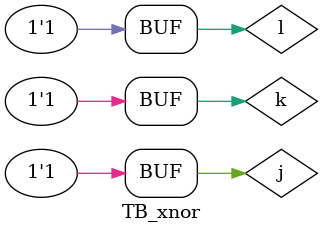
<source format=v>
`timescale 1ns / 1ps


module TB_xnor();

    reg j,k,l;
    wire z1,z2,z3;
    
    G_xnor sim_xnor_s(z1,j,k,l);
    G_xnor_data sim_xnor_D(z2,j,k,l);
    G_xnor_be sim_xnor_B(z3,j,k,l);
    
    initial
    begin
        j=0;
        k=0;
        l=0;
    end
    
    initial
    begin
        #100 j=0;k=0;l=1;
        #100 j=0;k=1;l=0;
        #100 j=0;k=1;l=1;
        #100 j=1;k=0;l=0;
        #100 j=1;k=0;l=1;
        #100 j=1;k=1;l=0;
        #100 j=1;k=1;l=1;
    end
endmodule

</source>
